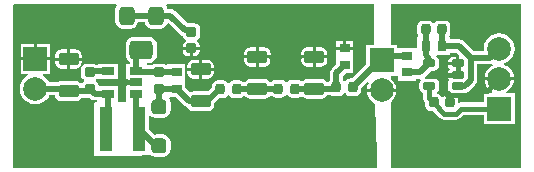
<source format=gtl>
G04 Layer_Physical_Order=1*
G04 Layer_Color=255*
%FSLAX25Y25*%
%MOIN*%
G70*
G01*
G75*
G04:AMPARAMS|DCode=10|XSize=62.99mil|YSize=51.18mil|CornerRadius=12.8mil|HoleSize=0mil|Usage=FLASHONLY|Rotation=270.000|XOffset=0mil|YOffset=0mil|HoleType=Round|Shape=RoundedRectangle|*
%AMROUNDEDRECTD10*
21,1,0.06299,0.02559,0,0,270.0*
21,1,0.03740,0.05118,0,0,270.0*
1,1,0.02559,-0.01280,-0.01870*
1,1,0.02559,-0.01280,0.01870*
1,1,0.02559,0.01280,0.01870*
1,1,0.02559,0.01280,-0.01870*
%
%ADD10ROUNDEDRECTD10*%
G04:AMPARAMS|DCode=11|XSize=78.74mil|YSize=62.99mil|CornerRadius=15.75mil|HoleSize=0mil|Usage=FLASHONLY|Rotation=180.000|XOffset=0mil|YOffset=0mil|HoleType=Round|Shape=RoundedRectangle|*
%AMROUNDEDRECTD11*
21,1,0.07874,0.03150,0,0,180.0*
21,1,0.04724,0.06299,0,0,180.0*
1,1,0.03150,-0.02362,0.01575*
1,1,0.03150,0.02362,0.01575*
1,1,0.03150,0.02362,-0.01575*
1,1,0.03150,-0.02362,-0.01575*
%
%ADD11ROUNDEDRECTD11*%
%ADD12R,0.03543X0.03150*%
G04:AMPARAMS|DCode=13|XSize=23.62mil|YSize=43.31mil|CornerRadius=5.91mil|HoleSize=0mil|Usage=FLASHONLY|Rotation=270.000|XOffset=0mil|YOffset=0mil|HoleType=Round|Shape=RoundedRectangle|*
%AMROUNDEDRECTD13*
21,1,0.02362,0.03150,0,0,270.0*
21,1,0.01181,0.04331,0,0,270.0*
1,1,0.01181,-0.01575,-0.00591*
1,1,0.01181,-0.01575,0.00591*
1,1,0.01181,0.01575,0.00591*
1,1,0.01181,0.01575,-0.00591*
%
%ADD13ROUNDEDRECTD13*%
G04:AMPARAMS|DCode=14|XSize=35.43mil|YSize=31.5mil|CornerRadius=7.87mil|HoleSize=0mil|Usage=FLASHONLY|Rotation=90.000|XOffset=0mil|YOffset=0mil|HoleType=Round|Shape=RoundedRectangle|*
%AMROUNDEDRECTD14*
21,1,0.03543,0.01575,0,0,90.0*
21,1,0.01969,0.03150,0,0,90.0*
1,1,0.01575,0.00787,0.00984*
1,1,0.01575,0.00787,-0.00984*
1,1,0.01575,-0.00787,-0.00984*
1,1,0.01575,-0.00787,0.00984*
%
%ADD14ROUNDEDRECTD14*%
G04:AMPARAMS|DCode=15|XSize=66.93mil|YSize=43.31mil|CornerRadius=10.83mil|HoleSize=0mil|Usage=FLASHONLY|Rotation=180.000|XOffset=0mil|YOffset=0mil|HoleType=Round|Shape=RoundedRectangle|*
%AMROUNDEDRECTD15*
21,1,0.06693,0.02165,0,0,180.0*
21,1,0.04528,0.04331,0,0,180.0*
1,1,0.02165,-0.02264,0.01083*
1,1,0.02165,0.02264,0.01083*
1,1,0.02165,0.02264,-0.01083*
1,1,0.02165,-0.02264,-0.01083*
%
%ADD15ROUNDEDRECTD15*%
%ADD16R,0.04331X0.02559*%
G04:AMPARAMS|DCode=17|XSize=35.43mil|YSize=31.5mil|CornerRadius=7.87mil|HoleSize=0mil|Usage=FLASHONLY|Rotation=180.000|XOffset=0mil|YOffset=0mil|HoleType=Round|Shape=RoundedRectangle|*
%AMROUNDEDRECTD17*
21,1,0.03543,0.01575,0,0,180.0*
21,1,0.01969,0.03150,0,0,180.0*
1,1,0.01575,-0.00984,0.00787*
1,1,0.01575,0.00984,0.00787*
1,1,0.01575,0.00984,-0.00787*
1,1,0.01575,-0.00984,-0.00787*
%
%ADD17ROUNDEDRECTD17*%
%ADD18R,0.03150X0.03543*%
G04:AMPARAMS|DCode=19|XSize=50mil|YSize=50mil|CornerRadius=12.5mil|HoleSize=0mil|Usage=FLASHONLY|Rotation=90.000|XOffset=0mil|YOffset=0mil|HoleType=Round|Shape=RoundedRectangle|*
%AMROUNDEDRECTD19*
21,1,0.05000,0.02500,0,0,90.0*
21,1,0.02500,0.05000,0,0,90.0*
1,1,0.02500,0.01250,0.01250*
1,1,0.02500,0.01250,-0.01250*
1,1,0.02500,-0.01250,-0.01250*
1,1,0.02500,-0.01250,0.01250*
%
%ADD19ROUNDEDRECTD19*%
%ADD20R,0.03937X0.14961*%
%ADD21C,0.01575*%
%ADD22C,0.01969*%
%ADD23C,0.07874*%
%ADD24R,0.07874X0.07874*%
%ADD25C,0.03937*%
G36*
X170938Y55909D02*
Y1405D01*
X127362D01*
X127362Y23382D01*
X127832Y23743D01*
X128623Y24774D01*
X129121Y25975D01*
X129225Y26764D01*
X124311D01*
X119397D01*
X119501Y25975D01*
X119999Y24774D01*
X120790Y23743D01*
X121821Y22951D01*
X122236Y22779D01*
X122736Y6004D01*
X122863Y1764D01*
X122514Y1405D01*
X1476D01*
Y46358D01*
X1382Y55720D01*
X1734Y56075D01*
X35893D01*
X36160Y55575D01*
X35773Y54996D01*
X35582Y54036D01*
Y50295D01*
X35773Y49335D01*
X36316Y48521D01*
X37130Y47978D01*
X38091Y47787D01*
X40650D01*
X41610Y47978D01*
X42424Y48521D01*
X42968Y49335D01*
X43091Y49958D01*
X45491D01*
X45615Y49335D01*
X46159Y48521D01*
X46973Y47977D01*
X47933Y47786D01*
X50492D01*
X51452Y47977D01*
X52266Y48521D01*
X52810Y49335D01*
X52831Y49442D01*
X53374Y49606D01*
X57199Y45781D01*
X57915Y45303D01*
X58072Y45272D01*
X58087Y45197D01*
X58522Y44545D01*
X59091Y44165D01*
X59109Y44110D01*
X59131Y43826D01*
X59100Y43615D01*
X58652Y43316D01*
X58257Y42725D01*
X58118Y42028D01*
Y41740D01*
X63732D01*
Y42028D01*
X63593Y42725D01*
X63198Y43316D01*
X62751Y43615D01*
X62720Y43826D01*
X62741Y44110D01*
X62759Y44165D01*
X63329Y44545D01*
X63764Y45197D01*
X63916Y45965D01*
Y47539D01*
X63764Y48307D01*
X63329Y48959D01*
X62678Y49394D01*
X61910Y49546D01*
X60354D01*
X60335Y49550D01*
X59674D01*
X55498Y53727D01*
X54782Y54205D01*
X53937Y54373D01*
X52934D01*
X52810Y54996D01*
X52423Y55575D01*
X52690Y56075D01*
X121752D01*
Y42382D01*
X119193D01*
Y35898D01*
X114633Y31338D01*
X113976D01*
X113208Y31185D01*
X112557Y30750D01*
X112309Y30378D01*
X111773D01*
X111460Y30775D01*
Y32058D01*
X112374Y32972D01*
X114961D01*
Y38240D01*
X114961Y38484D01*
X114779Y38909D01*
Y40740D01*
X109236D01*
Y38909D01*
X109055Y38484D01*
X109055Y38240D01*
Y35898D01*
X107691Y34534D01*
X107212Y33817D01*
X107044Y32972D01*
Y30748D01*
X106610Y30099D01*
X106603Y30062D01*
X106039D01*
X105766Y30471D01*
X105017Y30971D01*
X104134Y31147D01*
X99606D01*
X98723Y30971D01*
X97974Y30471D01*
X97369Y30465D01*
X97028Y30693D01*
X96260Y30846D01*
X94685D01*
X93917Y30693D01*
X93266Y30258D01*
X93017Y29886D01*
X92416D01*
X92167Y30258D01*
X91516Y30693D01*
X90748Y30846D01*
X89173D01*
X88405Y30693D01*
X87754Y30258D01*
X87683Y30151D01*
X87082D01*
X86868Y30471D01*
X86120Y30971D01*
X85236Y31147D01*
X80709D01*
X79825Y30971D01*
X79077Y30471D01*
X78841Y30118D01*
X78343Y30066D01*
X78246Y30090D01*
X77638Y30496D01*
X76870Y30649D01*
X75295D01*
X74527Y30496D01*
X73876Y30061D01*
X73627Y29689D01*
X73026D01*
X72777Y30061D01*
X72126Y30496D01*
X71358Y30649D01*
X69784D01*
X69015Y30496D01*
X68364Y30061D01*
X67929Y29410D01*
X67776Y28642D01*
Y28379D01*
X66382Y26985D01*
X66240Y27013D01*
X61713D01*
X60829Y26837D01*
X60418Y26562D01*
X58957Y28024D01*
Y30610D01*
X58957D01*
Y30610D01*
X58957D01*
Y36122D01*
X53051D01*
Y35875D01*
X52551Y35671D01*
X52048Y36008D01*
X51279Y36161D01*
X49311D01*
X48543Y36008D01*
X47894Y35574D01*
X46318D01*
X46193Y35699D01*
X46238Y36314D01*
X46352Y36393D01*
X46654D01*
X47373Y36488D01*
X48043Y36766D01*
X48619Y37208D01*
X49061Y37783D01*
X49338Y38454D01*
X49433Y39173D01*
Y42323D01*
X49338Y43042D01*
X49061Y43713D01*
X48619Y44288D01*
X48043Y44730D01*
X47373Y45008D01*
X46654Y45103D01*
X41929D01*
X41210Y45008D01*
X40539Y44730D01*
X39964Y44288D01*
X39522Y43713D01*
X39244Y43042D01*
X39149Y42323D01*
Y39173D01*
X39244Y38454D01*
X39522Y37783D01*
X39964Y37208D01*
X40410Y36865D01*
Y36122D01*
X39272D01*
Y31201D01*
X39453D01*
Y30421D01*
X42618D01*
Y29421D01*
X39453D01*
Y28642D01*
X39272D01*
Y23720D01*
X39272D01*
X39253Y23228D01*
X36535D01*
X36516Y23720D01*
X36516D01*
Y28642D01*
X30058D01*
X29906Y29410D01*
X29470Y30061D01*
X29098Y30310D01*
Y30911D01*
X29368Y31091D01*
X29823Y31201D01*
X29823Y31201D01*
X29823Y31201D01*
X36516D01*
Y36122D01*
X29823D01*
Y35869D01*
X29027D01*
X28819Y36008D01*
X28051Y36161D01*
X26083D01*
X25315Y36008D01*
X24664Y35573D01*
X24228Y34922D01*
X24076Y34154D01*
Y32579D01*
X24228Y31811D01*
X24664Y31159D01*
X25036Y30911D01*
Y30310D01*
X24664Y30061D01*
X24477Y29782D01*
X23876Y29782D01*
X23127Y30282D01*
X22244Y30458D01*
X17717D01*
X16833Y30282D01*
X16357Y29964D01*
X13582D01*
X13427Y30337D01*
X12607Y31406D01*
X11538Y32227D01*
X11315Y32319D01*
X11414Y32819D01*
X13894D01*
Y37256D01*
X8957D01*
X4020D01*
Y32819D01*
X6499D01*
X6598Y32319D01*
X6375Y32227D01*
X5306Y31406D01*
X4486Y30337D01*
X3970Y29092D01*
X3794Y27756D01*
X3970Y26420D01*
X4486Y25175D01*
X5306Y24106D01*
X6375Y23285D01*
X7621Y22770D01*
X8957Y22594D01*
X10293Y22770D01*
X11538Y23285D01*
X12607Y24106D01*
X13427Y25175D01*
X13582Y25548D01*
X15495D01*
X15584Y25101D01*
X16084Y24352D01*
X16833Y23852D01*
X17717Y23676D01*
X22244D01*
X23127Y23852D01*
X23876Y24352D01*
X24215Y24859D01*
X26940D01*
X27179Y24620D01*
X27895Y24141D01*
X28740Y23973D01*
X29428D01*
X29434Y23969D01*
X29618Y23728D01*
X29371Y23228D01*
X28740D01*
X28543Y23031D01*
Y5315D01*
X44193D01*
X44685Y5807D01*
X46752D01*
X46752Y5807D01*
Y5807D01*
X47252Y5912D01*
X47293Y5852D01*
X48097Y5314D01*
X49045Y5126D01*
X51545D01*
X52494Y5314D01*
X53298Y5852D01*
X53835Y6656D01*
X54024Y7604D01*
Y10104D01*
X53835Y11053D01*
X53298Y11857D01*
X52494Y12394D01*
X51545Y12583D01*
X49045D01*
X48682Y12511D01*
X46752Y14441D01*
Y18761D01*
X47252Y18912D01*
X47293Y18852D01*
X48097Y18314D01*
X49045Y18126D01*
X51545D01*
X52494Y18314D01*
X53298Y18852D01*
X53835Y19656D01*
X54024Y20604D01*
Y23104D01*
X53835Y24053D01*
X53471Y24598D01*
X53738Y25098D01*
X55638D01*
X58675Y22061D01*
X59391Y21582D01*
X59666Y21528D01*
X60080Y20907D01*
X60829Y20407D01*
X61713Y20231D01*
X66240D01*
X67123Y20407D01*
X67872Y20907D01*
X68373Y21656D01*
X68548Y22539D01*
Y22906D01*
X70308Y24666D01*
X71358D01*
X72126Y24819D01*
X72777Y25254D01*
X73026Y25626D01*
X73627D01*
X73876Y25254D01*
X74527Y24819D01*
X75295Y24666D01*
X76870D01*
X77638Y24819D01*
X78289Y25254D01*
X78353Y25349D01*
X78871Y25349D01*
X79077Y25041D01*
X79825Y24541D01*
X80709Y24365D01*
X85236D01*
X86120Y24541D01*
X86868Y25041D01*
X87141Y25450D01*
X87756D01*
X88405Y25016D01*
X89173Y24863D01*
X90748D01*
X91516Y25016D01*
X92167Y25451D01*
X92416Y25823D01*
X93017D01*
X93266Y25451D01*
X93917Y25016D01*
X94685Y24863D01*
X96260D01*
X97028Y25016D01*
X97278Y25183D01*
X97967Y25051D01*
X97974Y25041D01*
X98723Y24541D01*
X99606Y24365D01*
X104134D01*
X105017Y24541D01*
X105766Y25041D01*
X106170Y25647D01*
X107489D01*
X107696Y25508D01*
X108465Y25355D01*
X110039D01*
X110807Y25508D01*
X111459Y25943D01*
X111707Y26315D01*
X112309D01*
X112557Y25943D01*
X113208Y25508D01*
X113976Y25355D01*
X115551D01*
X116319Y25508D01*
X116970Y25943D01*
X117405Y26594D01*
X117558Y27362D01*
Y28019D01*
X119616Y30077D01*
X119999Y29754D01*
X119501Y28553D01*
X119397Y27764D01*
X124311D01*
X129225D01*
X129121Y28553D01*
X128623Y29754D01*
X127832Y30785D01*
X127362Y31146D01*
Y32146D01*
X129323D01*
X129429Y32146D01*
X129823Y31889D01*
Y30512D01*
X135728D01*
Y31060D01*
X137180D01*
X137362Y30693D01*
X137381Y30573D01*
X137012Y30022D01*
X136875Y29331D01*
Y28150D01*
X137012Y27458D01*
X137404Y26872D01*
X137990Y26481D01*
X138249Y26429D01*
Y24560D01*
X138402Y23792D01*
X138837Y23141D01*
X138847Y23133D01*
Y22272D01*
X139000Y21504D01*
X139435Y20853D01*
X140086Y20418D01*
X140855Y20265D01*
X141638D01*
X143806Y18097D01*
X144457Y17662D01*
X145225Y17509D01*
X149083D01*
X149851Y17662D01*
X150502Y18097D01*
X151599Y19194D01*
X158465D01*
Y16083D01*
X168701D01*
Y26319D01*
X166004D01*
X165905Y26819D01*
X166072Y26888D01*
X167104Y27680D01*
X167895Y28711D01*
X168393Y29912D01*
X168497Y30701D01*
X163583D01*
X158669D01*
X158773Y29912D01*
X159270Y28711D01*
X160062Y27680D01*
X161093Y26888D01*
X161260Y26819D01*
X161161Y26319D01*
X158465D01*
Y23208D01*
X150767D01*
X150264Y23108D01*
X149895Y23318D01*
X149764Y23453D01*
Y24241D01*
X149625Y24938D01*
X149230Y25529D01*
X148760Y25843D01*
X148900Y26343D01*
X151279D01*
X151971Y26481D01*
X152048Y26532D01*
X152165D01*
X153010Y26700D01*
X153726Y27179D01*
X154004Y27595D01*
X155597Y29187D01*
X156075Y29903D01*
X156243Y30748D01*
Y35981D01*
X160571D01*
X161235Y36113D01*
X161381Y35633D01*
X161093Y35513D01*
X160062Y34722D01*
X159270Y33691D01*
X158773Y32490D01*
X158669Y31701D01*
X163583D01*
X168497D01*
X168393Y32490D01*
X167895Y33691D01*
X167104Y34722D01*
X166072Y35513D01*
X165303Y35832D01*
Y36373D01*
X166164Y36730D01*
X167233Y37551D01*
X168053Y38620D01*
X168569Y39865D01*
X168745Y41201D01*
X168569Y42537D01*
X168053Y43782D01*
X167233Y44851D01*
X166164Y45671D01*
X164919Y46187D01*
X163583Y46363D01*
X162247Y46187D01*
X161002Y45671D01*
X159932Y44851D01*
X159112Y43782D01*
X158596Y42537D01*
X158420Y41201D01*
X158477Y40773D01*
X158147Y40397D01*
X154950D01*
X151758Y43589D01*
X151042Y44067D01*
X150197Y44235D01*
X147244D01*
Y44980D01*
X147192D01*
X146925Y45480D01*
X147130Y45787D01*
X147283Y46555D01*
Y48524D01*
X147130Y49292D01*
X146695Y49943D01*
X146044Y50378D01*
X145276Y50531D01*
X143701D01*
X142933Y50378D01*
X142282Y49943D01*
X142033Y49571D01*
X141432D01*
X141183Y49943D01*
X140532Y50378D01*
X139764Y50531D01*
X138189D01*
X137421Y50378D01*
X136770Y49943D01*
X136335Y49292D01*
X136182Y48524D01*
Y46555D01*
X136335Y45787D01*
X136540Y45480D01*
X136272Y44980D01*
X136221D01*
Y41554D01*
X135728Y41535D01*
X135721Y41535D01*
X129823D01*
X129429Y41792D01*
Y42382D01*
X127362D01*
Y56075D01*
X169436D01*
X170938Y55909D01*
D02*
G37*
G36*
X150207Y38895D02*
X150205Y38888D01*
Y36220D01*
X149705D01*
Y35720D01*
X146508D01*
Y35630D01*
X146632Y35009D01*
X146983Y34483D01*
Y34218D01*
X146632Y33691D01*
X146508Y33071D01*
Y32980D01*
X149705D01*
Y31980D01*
X146508D01*
Y31890D01*
X146632Y31269D01*
X146728Y31126D01*
X146853Y30608D01*
X146461Y30022D01*
X146324Y29331D01*
Y28150D01*
X146461Y27458D01*
X146853Y26872D01*
X147316Y26563D01*
X147171Y26063D01*
X146366D01*
X145669Y25924D01*
X145078Y25529D01*
X144779Y25082D01*
X144568Y25051D01*
X144284Y25072D01*
X144229Y25091D01*
X143849Y25660D01*
X143198Y26095D01*
X142925Y26149D01*
X142820Y26680D01*
X143108Y26872D01*
X143500Y27458D01*
X143637Y28150D01*
Y29331D01*
X143500Y30022D01*
X143108Y30608D01*
X142522Y31000D01*
X141831Y31137D01*
X138912D01*
X138760Y31637D01*
X138864Y31707D01*
X140981Y33824D01*
X141831D01*
X142522Y33961D01*
X143108Y34353D01*
X143500Y34939D01*
X143637Y35630D01*
Y36811D01*
X143500Y37502D01*
X143108Y38088D01*
X142522Y38480D01*
X142515Y38580D01*
X142963Y39075D01*
X147244D01*
Y39820D01*
X149282D01*
X150207Y38895D01*
D02*
G37*
%LPC*%
G36*
X101370Y37886D02*
X97483D01*
Y37303D01*
X97645Y36490D01*
X98105Y35802D01*
X98794Y35341D01*
X99606Y35180D01*
X101370D01*
Y37886D01*
D02*
G37*
G36*
X66240Y37458D02*
X64476D01*
Y34752D01*
X68364D01*
Y35335D01*
X68202Y36147D01*
X67742Y36836D01*
X67053Y37297D01*
X66240Y37458D01*
D02*
G37*
G36*
X106257Y37886D02*
X102370D01*
Y35180D01*
X104134D01*
X104946Y35341D01*
X105635Y35802D01*
X106096Y36490D01*
X106257Y37303D01*
Y37886D01*
D02*
G37*
G36*
X87360Y37886D02*
X83473D01*
Y35180D01*
X85236D01*
X86049Y35341D01*
X86738Y35802D01*
X87198Y36490D01*
X87360Y37303D01*
Y37886D01*
D02*
G37*
G36*
X82472D02*
X78585D01*
Y37303D01*
X78747Y36490D01*
X79207Y35802D01*
X79896Y35341D01*
X80709Y35180D01*
X82472D01*
Y37886D01*
D02*
G37*
G36*
X68364Y33752D02*
X64476D01*
Y31046D01*
X66240D01*
X67053Y31207D01*
X67742Y31668D01*
X68202Y32357D01*
X68364Y33169D01*
Y33752D01*
D02*
G37*
G36*
X63476D02*
X59589D01*
Y33169D01*
X59751Y32357D01*
X60211Y31668D01*
X60900Y31207D01*
X61713Y31046D01*
X63476D01*
Y33752D01*
D02*
G37*
G36*
X19480Y37197D02*
X15593D01*
Y36614D01*
X15755Y35802D01*
X16215Y35113D01*
X16904Y34652D01*
X17717Y34491D01*
X19480D01*
Y37197D01*
D02*
G37*
G36*
X63476Y37458D02*
X61713D01*
X60900Y37297D01*
X60211Y36836D01*
X59751Y36147D01*
X59589Y35335D01*
Y34752D01*
X63476D01*
Y37458D01*
D02*
G37*
G36*
X24368Y37197D02*
X20480D01*
Y34491D01*
X22244D01*
X23057Y34652D01*
X23746Y35113D01*
X24206Y35802D01*
X24368Y36614D01*
Y37197D01*
D02*
G37*
G36*
X82472Y41592D02*
X80709D01*
X79896Y41430D01*
X79207Y40970D01*
X78747Y40281D01*
X78585Y39469D01*
Y38886D01*
X82472D01*
Y41592D01*
D02*
G37*
G36*
X104134Y41592D02*
X102370D01*
Y38886D01*
X106257D01*
Y39469D01*
X106096Y40281D01*
X105635Y40970D01*
X104946Y41430D01*
X104134Y41592D01*
D02*
G37*
G36*
X101370D02*
X99606D01*
X98794Y41430D01*
X98105Y40970D01*
X97645Y40281D01*
X97483Y39469D01*
Y38886D01*
X101370D01*
Y41592D01*
D02*
G37*
G36*
X114779Y43815D02*
X112508D01*
Y41740D01*
X114779D01*
Y43815D01*
D02*
G37*
G36*
X111508D02*
X109236D01*
Y41740D01*
X111508D01*
Y43815D01*
D02*
G37*
G36*
X85236Y41592D02*
X83473D01*
Y38886D01*
X87360D01*
Y39469D01*
X87198Y40281D01*
X86738Y40970D01*
X86049Y41430D01*
X85236Y41592D01*
D02*
G37*
G36*
X8457Y42693D02*
X4020D01*
Y38256D01*
X8457D01*
Y42693D01*
D02*
G37*
G36*
X22244Y40903D02*
X20480D01*
Y38197D01*
X24368D01*
Y38780D01*
X24206Y39592D01*
X23746Y40281D01*
X23057Y40741D01*
X22244Y40903D01*
D02*
G37*
G36*
X19480D02*
X17717D01*
X16904Y40741D01*
X16215Y40281D01*
X15755Y39592D01*
X15593Y38780D01*
Y38197D01*
X19480D01*
Y40903D01*
D02*
G37*
G36*
X63732Y40740D02*
X61425D01*
Y38630D01*
X61910D01*
X62607Y38769D01*
X63198Y39164D01*
X63593Y39755D01*
X63732Y40453D01*
Y40740D01*
D02*
G37*
G36*
X60425D02*
X58118D01*
Y40453D01*
X58257Y39755D01*
X58652Y39164D01*
X59244Y38769D01*
X59941Y38630D01*
X60425D01*
Y40740D01*
D02*
G37*
G36*
X13894Y42693D02*
X9457D01*
Y38256D01*
X13894D01*
Y42693D01*
D02*
G37*
G36*
X149205Y38433D02*
X148130D01*
X147509Y38309D01*
X146983Y37958D01*
X146632Y37432D01*
X146508Y36811D01*
Y36720D01*
X149205D01*
Y38433D01*
D02*
G37*
%LPD*%
D10*
X39370Y52165D02*
D03*
X49213Y52165D02*
D03*
D11*
X44291Y40748D02*
D03*
D12*
X112008Y35728D02*
D03*
Y41240D02*
D03*
X56004Y33366D02*
D03*
Y27854D02*
D03*
X132776Y38780D02*
D03*
Y33268D02*
D03*
D13*
X149705Y28740D02*
D03*
Y32480D02*
D03*
Y36220D02*
D03*
X140256D02*
D03*
Y28740D02*
D03*
D14*
X144488Y47539D02*
D03*
X138976D02*
D03*
X89961Y27854D02*
D03*
X95472D02*
D03*
X147154Y23256D02*
D03*
X141642D02*
D03*
X114764Y28346D02*
D03*
X109252D02*
D03*
X76083Y27657D02*
D03*
X70571D02*
D03*
D15*
X82972Y38386D02*
D03*
Y27756D02*
D03*
X63976Y34252D02*
D03*
Y23622D02*
D03*
X19980Y37697D02*
D03*
Y27067D02*
D03*
X101870Y38386D02*
D03*
Y27756D02*
D03*
D16*
X33169Y26181D02*
D03*
Y33661D02*
D03*
X42618D02*
D03*
Y29921D02*
D03*
Y26181D02*
D03*
D17*
X50295Y33366D02*
D03*
Y27854D02*
D03*
X27067Y27854D02*
D03*
Y33366D02*
D03*
X60925Y46752D02*
D03*
Y41240D02*
D03*
D18*
X144488Y42028D02*
D03*
X138976D02*
D03*
D19*
X50295Y8854D02*
D03*
Y21854D02*
D03*
D20*
X43602Y14469D02*
D03*
X32579D02*
D03*
D21*
X146161Y25591D02*
X155020D01*
X38484Y30807D02*
X39370Y29921D01*
X42618D01*
X149705Y32480D02*
Y36220D01*
X140256Y24560D02*
Y28740D01*
X144488Y27264D02*
X146161Y25591D01*
X144488Y27264D02*
Y27264D01*
X145571Y28346D01*
Y32480D02*
X149705D01*
X145571Y28346D02*
Y32480D01*
X163051Y20669D02*
X163583Y21201D01*
X155020Y25591D02*
X155610Y26181D01*
Y27106D01*
X159488D02*
X163583Y31201D01*
X155610Y27106D02*
X159488D01*
X150767Y21201D02*
X163583D01*
X149083Y19516D02*
X150767Y21201D01*
X145225Y19516D02*
X149083D01*
X141642Y23099D02*
X145225Y19516D01*
X141642Y23099D02*
Y23256D01*
D22*
X60335Y47343D02*
X60925Y46752D01*
X58760Y47343D02*
X60335D01*
X53937Y52165D02*
X58760Y47343D01*
X49213Y52165D02*
X53937D01*
X49213Y52165D02*
X49213Y52165D01*
X39370Y52165D02*
X49213D01*
X42913Y33366D02*
X56004D01*
X42618Y33661D02*
Y39075D01*
X44291Y40748D01*
X95472Y27854D02*
X108760D01*
X19980Y27067D02*
X27854D01*
X152165Y28740D02*
Y29134D01*
X123681Y37264D02*
X124311D01*
X114764Y28346D02*
X123681Y37264D01*
X124311D02*
X125827Y38780D01*
X132776D01*
X137303Y33268D02*
X140256Y36220D01*
X132776Y33268D02*
X137303D01*
X66142Y23622D02*
X70374Y27854D01*
X76083Y27657D02*
X89764D01*
X27854Y27067D02*
X28740Y26181D01*
X32579Y14469D02*
X33169Y15059D01*
Y26181D01*
X28740D02*
X33169D01*
X27067Y33366D02*
X27362Y33661D01*
X33169D01*
X42618D02*
X42913Y33366D01*
X56004Y27854D02*
X56004Y27854D01*
X50295Y27854D02*
X56004D01*
X50295D02*
X50295Y27854D01*
Y21854D02*
Y27854D01*
X43602Y14469D02*
X49216Y8854D01*
X50295D01*
X42618Y15453D02*
X43602Y14469D01*
X42618Y15453D02*
Y26181D01*
X70374Y27854D02*
X70571Y27657D01*
X89764D02*
X89961Y27854D01*
X108760D02*
X109252Y28346D01*
X140256Y36220D02*
Y37795D01*
X138976Y39075D02*
X140256Y37795D01*
X138976Y39075D02*
Y42028D01*
Y47539D01*
X8957Y27756D02*
X19291D01*
X19980Y27067D01*
X149705Y28740D02*
X152165D01*
Y29134D02*
X152421D01*
X154035Y30748D01*
Y38189D01*
X144488Y42028D02*
Y47539D01*
Y42028D02*
X150197D01*
X154035Y38189D01*
X160571D01*
X163583Y41201D01*
X109252Y28346D02*
Y32972D01*
X112008Y35728D01*
X56004Y27854D02*
X60236Y23622D01*
X63976D01*
X66142D01*
D23*
X8957Y27756D02*
D03*
X124311Y27264D02*
D03*
X163583Y41201D02*
D03*
Y31201D02*
D03*
D24*
X8957Y37756D02*
D03*
X124311Y37264D02*
D03*
X163583Y21201D02*
D03*
D25*
X166732Y52067D02*
D03*
Y9547D02*
D03*
X159645Y52067D02*
D03*
Y9547D02*
D03*
X152559Y52067D02*
D03*
Y16634D02*
D03*
Y9547D02*
D03*
X145472D02*
D03*
X138385Y16634D02*
D03*
Y9547D02*
D03*
X131299Y52067D02*
D03*
Y44980D02*
D03*
Y23720D02*
D03*
Y16634D02*
D03*
Y9547D02*
D03*
X117126Y52067D02*
D03*
Y44980D02*
D03*
Y37894D02*
D03*
Y23720D02*
D03*
Y16634D02*
D03*
Y9547D02*
D03*
X110039Y52067D02*
D03*
Y16634D02*
D03*
Y9547D02*
D03*
X102953Y52067D02*
D03*
Y44980D02*
D03*
Y16634D02*
D03*
Y9547D02*
D03*
X95866Y52067D02*
D03*
Y44980D02*
D03*
Y37894D02*
D03*
Y16634D02*
D03*
Y9547D02*
D03*
X88779Y52067D02*
D03*
Y44980D02*
D03*
Y37894D02*
D03*
Y16634D02*
D03*
Y9547D02*
D03*
X81693Y52067D02*
D03*
Y44980D02*
D03*
Y16634D02*
D03*
Y9547D02*
D03*
X74606Y52067D02*
D03*
Y44980D02*
D03*
Y37894D02*
D03*
Y16634D02*
D03*
Y9547D02*
D03*
X67519Y52067D02*
D03*
Y44980D02*
D03*
Y16634D02*
D03*
Y9547D02*
D03*
X60433Y52067D02*
D03*
Y16634D02*
D03*
Y9547D02*
D03*
X53346Y44980D02*
D03*
X32086Y52067D02*
D03*
Y44980D02*
D03*
X25000Y52067D02*
D03*
Y44980D02*
D03*
Y16634D02*
D03*
Y9547D02*
D03*
X17913Y52067D02*
D03*
Y44980D02*
D03*
Y16634D02*
D03*
Y9547D02*
D03*
X10826Y52067D02*
D03*
Y44980D02*
D03*
Y16634D02*
D03*
Y9547D02*
D03*
X3740Y52067D02*
D03*
Y44980D02*
D03*
Y16634D02*
D03*
Y9547D02*
D03*
M02*

</source>
